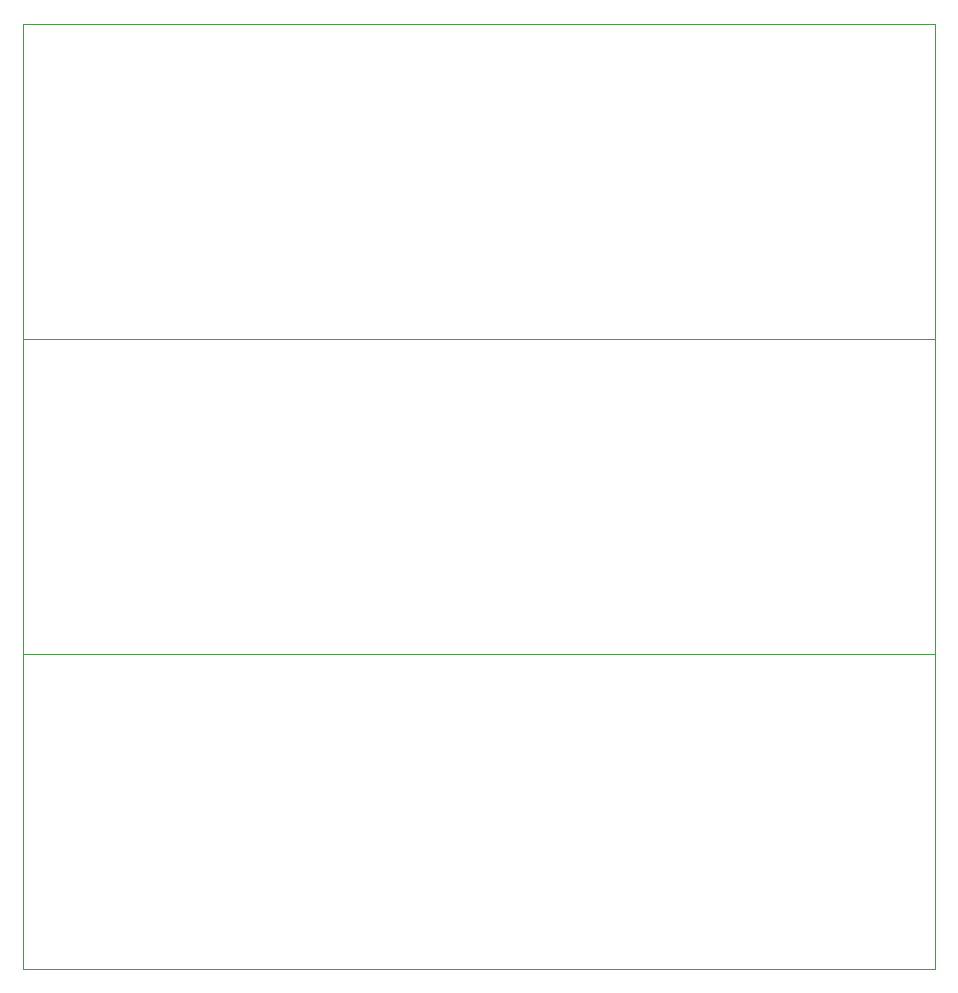
<source format=gbr>
%FSLAX34Y34*%
%MOMM*%
%LNOUTLINE*%
G71*
G01*
%ADD10C, 0.10*%
%LPD*%
G54D10*
X779462Y-11112D02*
X411162Y-11112D01*
G54D10*
X204788Y-11112D02*
X404812Y-11112D01*
G54D10*
X779462Y-11112D02*
X7938Y-11112D01*
G54D10*
X779462Y-277812D02*
X7938Y-277812D01*
G54D10*
X779462Y-11112D02*
X779462Y-277812D01*
G54D10*
X7938Y-11112D02*
X7938Y-277812D01*
G54D10*
X779462Y-277812D02*
X411162Y-277812D01*
G54D10*
X204788Y-277812D02*
X404812Y-277812D01*
G54D10*
X779462Y-277812D02*
X7938Y-277812D01*
G54D10*
X779462Y-544512D02*
X7938Y-544512D01*
G54D10*
X779462Y-277812D02*
X779462Y-544512D01*
G54D10*
X7938Y-277812D02*
X7938Y-544512D01*
G54D10*
X779462Y-544512D02*
X411162Y-544512D01*
G54D10*
X204788Y-544512D02*
X404812Y-544512D01*
G54D10*
X779462Y-544512D02*
X7938Y-544512D01*
G54D10*
X779462Y-811212D02*
X7938Y-811212D01*
G54D10*
X779462Y-544512D02*
X779462Y-811212D01*
G54D10*
X7938Y-544512D02*
X7938Y-811212D01*
M02*

</source>
